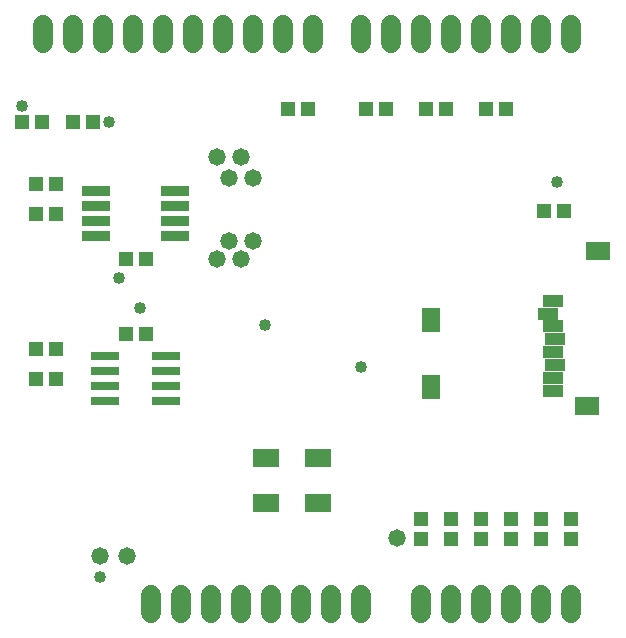
<source format=gts>
G75*
%MOIN*%
%OFA0B0*%
%FSLAX25Y25*%
%IPPOS*%
%LPD*%
%AMOC8*
5,1,8,0,0,1.08239X$1,22.5*
%
%ADD10R,0.09500X0.03200*%
%ADD11R,0.04737X0.05131*%
%ADD12C,0.06737*%
%ADD13R,0.08674X0.06312*%
%ADD14R,0.09461X0.03162*%
%ADD15R,0.05131X0.04737*%
%ADD16R,0.08280X0.06312*%
%ADD17R,0.06312X0.07887*%
%ADD18R,0.06706X0.03950*%
%ADD19C,0.05800*%
%ADD20C,0.04000*%
D10*
X0096800Y0137500D03*
X0096800Y0142500D03*
X0096800Y0147500D03*
X0096800Y0152500D03*
X0123300Y0152500D03*
X0123300Y0147500D03*
X0123300Y0142500D03*
X0123300Y0137500D03*
D11*
X0113346Y0130000D03*
X0106654Y0130000D03*
X0083346Y0145000D03*
X0076654Y0145000D03*
X0076654Y0155000D03*
X0083346Y0155000D03*
X0078846Y0175500D03*
X0072154Y0175500D03*
X0089154Y0175500D03*
X0095846Y0175500D03*
X0160654Y0180000D03*
X0167346Y0180000D03*
X0186654Y0180000D03*
X0193346Y0180000D03*
X0206654Y0180000D03*
X0213346Y0180000D03*
X0226654Y0180000D03*
X0233346Y0180000D03*
X0246154Y0146000D03*
X0252846Y0146000D03*
X0113346Y0105000D03*
X0106654Y0105000D03*
X0083346Y0100000D03*
X0076654Y0100000D03*
X0076654Y0090000D03*
X0083346Y0090000D03*
D12*
X0115000Y0017969D02*
X0115000Y0012031D01*
X0125000Y0012031D02*
X0125000Y0017969D01*
X0135000Y0017969D02*
X0135000Y0012031D01*
X0145000Y0012031D02*
X0145000Y0017969D01*
X0155000Y0017969D02*
X0155000Y0012031D01*
X0165000Y0012031D02*
X0165000Y0017969D01*
X0175000Y0017969D02*
X0175000Y0012031D01*
X0185000Y0012031D02*
X0185000Y0017969D01*
X0205000Y0017969D02*
X0205000Y0012031D01*
X0215000Y0012031D02*
X0215000Y0017969D01*
X0225000Y0017969D02*
X0225000Y0012031D01*
X0235000Y0012031D02*
X0235000Y0017969D01*
X0245000Y0017969D02*
X0245000Y0012031D01*
X0255000Y0012031D02*
X0255000Y0017969D01*
X0255000Y0202031D02*
X0255000Y0207969D01*
X0245000Y0207969D02*
X0245000Y0202031D01*
X0235000Y0202031D02*
X0235000Y0207969D01*
X0225000Y0207969D02*
X0225000Y0202031D01*
X0215000Y0202031D02*
X0215000Y0207969D01*
X0205000Y0207969D02*
X0205000Y0202031D01*
X0195000Y0202031D02*
X0195000Y0207969D01*
X0185000Y0207969D02*
X0185000Y0202031D01*
X0169000Y0202031D02*
X0169000Y0207969D01*
X0159000Y0207969D02*
X0159000Y0202031D01*
X0149000Y0202031D02*
X0149000Y0207969D01*
X0139000Y0207969D02*
X0139000Y0202031D01*
X0129000Y0202031D02*
X0129000Y0207969D01*
X0119000Y0207969D02*
X0119000Y0202031D01*
X0109000Y0202031D02*
X0109000Y0207969D01*
X0099000Y0207969D02*
X0099000Y0202031D01*
X0089000Y0202031D02*
X0089000Y0207969D01*
X0079000Y0207969D02*
X0079000Y0202031D01*
D13*
X0153339Y0063480D03*
X0153339Y0048520D03*
X0170661Y0048520D03*
X0170661Y0063480D03*
D14*
X0120236Y0082500D03*
X0120236Y0087500D03*
X0120236Y0092500D03*
X0120236Y0097500D03*
X0099764Y0097500D03*
X0099764Y0092500D03*
X0099764Y0087500D03*
X0099764Y0082500D03*
D15*
X0205000Y0043346D03*
X0205000Y0036654D03*
X0215000Y0036654D03*
X0215000Y0043346D03*
X0225000Y0043346D03*
X0235000Y0043346D03*
X0235000Y0036654D03*
X0225000Y0036654D03*
X0245000Y0036654D03*
X0245000Y0043346D03*
X0255000Y0043346D03*
X0255000Y0036654D03*
D16*
X0260346Y0080803D03*
X0264283Y0132575D03*
D17*
X0208575Y0109543D03*
X0208575Y0087102D03*
D18*
X0249126Y0085921D03*
X0249126Y0090252D03*
X0249913Y0094583D03*
X0249126Y0098913D03*
X0249913Y0103244D03*
X0249126Y0107575D03*
X0247551Y0111709D03*
X0249126Y0116039D03*
D19*
X0149000Y0136000D03*
X0145000Y0130000D03*
X0141000Y0136000D03*
X0137000Y0130000D03*
X0141000Y0157000D03*
X0149000Y0157000D03*
X0145000Y0164000D03*
X0137000Y0164000D03*
X0197000Y0037000D03*
X0107000Y0031000D03*
X0098000Y0031000D03*
D20*
X0098000Y0024000D03*
X0185000Y0094000D03*
X0153000Y0108000D03*
X0111500Y0113500D03*
X0104500Y0123500D03*
X0101000Y0175500D03*
X0072000Y0181000D03*
X0250500Y0155500D03*
M02*

</source>
